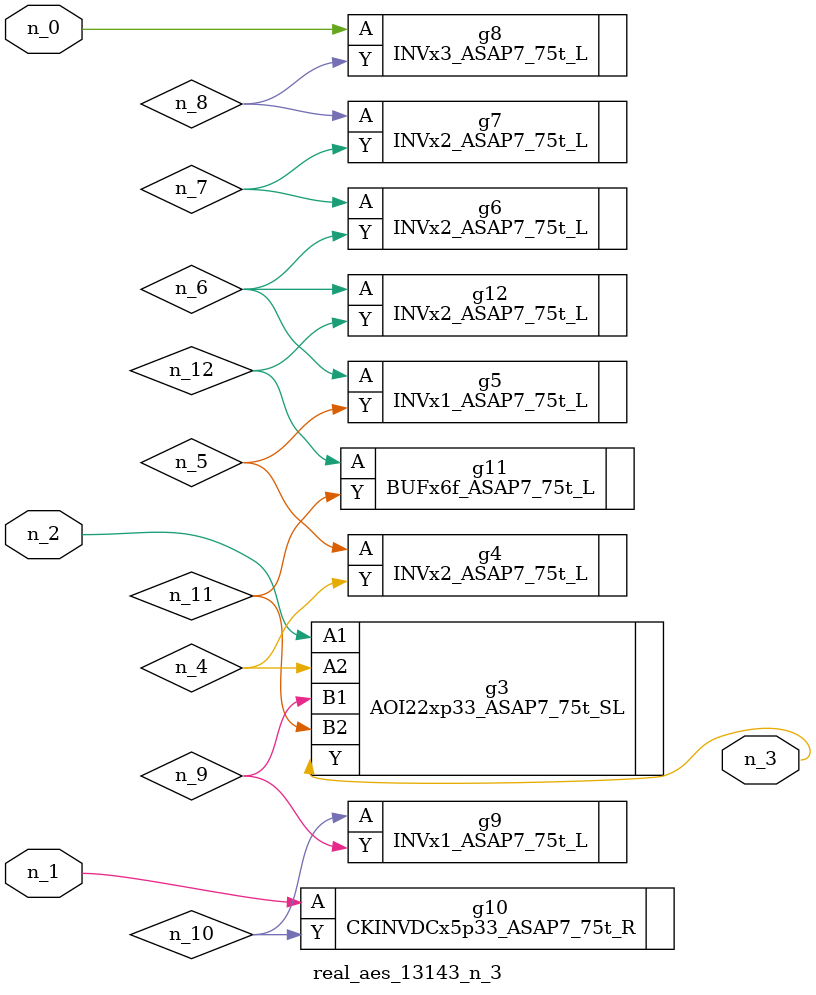
<source format=v>
module real_aes_13143_n_3 (n_0, n_2, n_1, n_3);
input n_0;
input n_2;
input n_1;
output n_3;
wire n_4;
wire n_5;
wire n_7;
wire n_9;
wire n_6;
wire n_8;
wire n_12;
wire n_10;
wire n_11;
INVx3_ASAP7_75t_L g8 ( .A(n_0), .Y(n_8) );
CKINVDCx5p33_ASAP7_75t_R g10 ( .A(n_1), .Y(n_10) );
AOI22xp33_ASAP7_75t_SL g3 ( .A1(n_2), .A2(n_4), .B1(n_9), .B2(n_11), .Y(n_3) );
INVx2_ASAP7_75t_L g4 ( .A(n_5), .Y(n_4) );
INVx1_ASAP7_75t_L g5 ( .A(n_6), .Y(n_5) );
INVx2_ASAP7_75t_L g12 ( .A(n_6), .Y(n_12) );
INVx2_ASAP7_75t_L g6 ( .A(n_7), .Y(n_6) );
INVx2_ASAP7_75t_L g7 ( .A(n_8), .Y(n_7) );
INVx1_ASAP7_75t_L g9 ( .A(n_10), .Y(n_9) );
BUFx6f_ASAP7_75t_L g11 ( .A(n_12), .Y(n_11) );
endmodule
</source>
